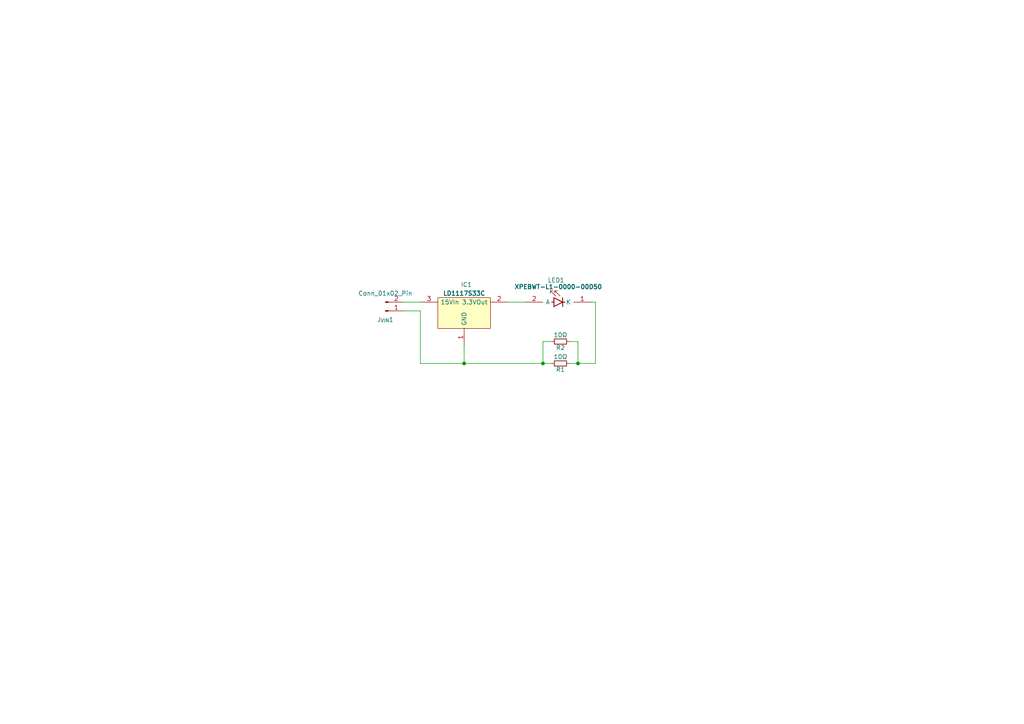
<source format=kicad_sch>
(kicad_sch (version 20230121) (generator eeschema)
  (paper "A4")
  (lib_symbols
    (symbol "Connector:Conn_01x02_Pin" (pin_names (offset 1.016) hide)
      (property "Reference" "J" (at 0 2.54 0))
      (property "Value" "Conn_01x02_Pin" (at 0 -5.08 0))
      (symbol "Conn_01x02_Pin_1_1"
        (polyline (pts (xy 1.27 -2.54) (xy 0.8636 -2.54)) (stroke (width 0.1524)))
        (polyline (pts (xy 1.27 0) (xy 0.8636 0)) (stroke (width 0.1524)))
        (rectangle (start 0.8636 -2.413) (end 0 -2.667) (stroke (width 0.1524)) (fill (type outline)))
        (rectangle (start 0.8636 0.127) (end 0 -0.127) (stroke (width 0.1524)) (fill (type outline)))
        (pin passive line (at 5.08 0 180) (length 3.81) (name "Pin_1") (number "1"))
        (pin passive line (at 5.08 -2.54 180) (length 3.81) (name "Pin_2") (number "2"))
      )
    )
    (symbol "Cree:XPEBWT-L1-0000-00D50" (pin_names (offset 0.762))
      (property "Reference" "LED" (at 9.525 6.35 0))
      (property "Value" "XPEBWT-L1-0000-00D50" (at 9.525 4.445 0))
      (symbol "XPEBWT-L1-0000-00D50_0_0"
        (pin passive line (at 0 0 0) (length 5.08) (name "K") (number "1"))
        (pin passive line (at 19.05 0 180) (length 5.08) (name "A") (number "2"))
      )
      (symbol "XPEBWT-L1-0000-00D50_0_1"
        (polyline (pts (xy 8.255 -1.27) (xy 8.255 1.27)) (stroke (width 0.254)))
        (polyline (pts (xy 8.255 0) (xy 7.62 0)) (stroke (width 0.254)))
        (polyline (pts (xy 11.43 0) (xy 10.795 0)) (stroke (width 0.254)))
        (polyline (pts (xy 10.795 -1.27) (xy 10.795 1.27) (xy 8.255 0) (xy 10.795 -1.27)) (stroke (width 0.254)))
        (polyline (pts (xy 9.017 1.778) (xy 10.541 3.302) (xy 9.779 3.302) (xy 10.541 3.302) (xy 10.541 2.54)))
        (polyline (pts (xy 10.287 1.778) (xy 11.811 3.302) (xy 11.049 3.302) (xy 11.811 3.302) (xy 11.811 2.54)))
      )
      (symbol "XPEBWT-L1-0000-00D50_1_0"
        (pin no_connect line (at 8.89 -6.35 90) (length 1.27) hide (name "EP") (number "3"))
      )
    )
    (symbol "HCP65:R_0805" (pin_numbers hide) (pin_names hide)
      (property "Reference" "R" (at 2.54 1.778 0))
      (property "Value" "?Ω" (at 2.54 -1.905 0))
      (symbol "R_0805_0_1"
        (rectangle (start 0.762 0.762) (end 4.318 -0.762) (stroke (width 0.2032)))
      )
      (symbol "R_0805_1_1"
        (pin passive line (at 0 0 0) (length 0.72) (name "~") (number "1"))
        (pin passive line (at 5.08 0 180) (length 0.72) (name "~") (number "2"))
      )
    )
    (symbol "ST_Microelectronics:LD1117S33C" (pin_names (offset 0.762))
      (property "Reference" "IC" (at 7.62 5.08 0))
      (property "Value" "LD1117S33C" (at 7.62 2.54 0))
      (symbol "LD1117S33C_0_0"
        (pin passive line (at 7.62 -12.7 90) (length 5.08) (name "GND") (number "1"))
      )
      (symbol "LD1117S33C_0_1"
        (polyline (pts (xy 0 1.27) (xy 15.24 1.27) (xy 15.24 -7.62) (xy 0 -7.62) (xy 0 1.27)) (stroke (width 0.1524)) (fill (type background)))
      )
      (symbol "LD1117S33C_1_0"
        (pin passive line (at 20.32 0 180) (length 5.08) (name "3.3VOut") (number "2"))
        (pin passive line (at -5.08 0 0) (length 5.08) (name "15VIn") (number "3"))
        (pin no_connect line (at 10.16 -12.7 90) (length 5.08) hide (name "N.C") (number "4"))
      )
    )
  )
  (junction (at 157.48 105.41))
  (junction (at 134.62 105.41))
  (junction (at 167.64 105.41))
  (wire (pts (xy 116.84 90.17) (xy 121.92 90.17)))
  (wire (pts (xy 121.92 90.17) (xy 121.92 105.41)))
  (wire (pts (xy 157.48 99.06) (xy 157.48 105.41)))
  (wire (pts (xy 172.72 87.63) (xy 171.45 87.63)))
  (wire (pts (xy 147.32 87.63) (xy 152.4 87.63)))
  (wire (pts (xy 116.84 87.63) (xy 121.92 87.63)))
  (wire (pts (xy 134.62 100.33) (xy 134.62 105.41)))
  (wire (pts (xy 160.02 105.41) (xy 157.48 105.41)))
  (wire (pts (xy 165.1 105.41) (xy 167.64 105.41)))
  (wire (pts (xy 172.72 105.41) (xy 167.64 105.41)))
  (wire (pts (xy 160.02 99.06) (xy 157.48 99.06)))
  (wire (pts (xy 172.72 87.63) (xy 172.72 105.41)))
  (wire (pts (xy 121.92 105.41) (xy 134.62 105.41)))
  (wire (pts (xy 134.62 105.41) (xy 157.48 105.41)))
  (wire (pts (xy 167.64 99.06) (xy 165.1 99.06)))
  (wire (pts (xy 167.64 99.06) (xy 167.64 105.41)))
  (symbol (lib_id "ST_Microelectronics:LD1117S33C") (at 127 87.63 0) (unit 1)
    (property "Reference" "IC1" (at 135.255 82.55 0))
    (property "Value" "LD1117S33C" (at 134.62 85.09 0) (effects (font bold)))
    (property "Footprint" "LD1117S33C" (effects hide))
    (property "Datasheet" "https://www.st.com/resource/en/datasheet/ld1117.pdf" (effects hide))
    (property "Description" "IC: voltage regulator; LDO, linear, fixed; 3.3V; 0.95A; SOT223; SMD" (effects hide))
    (property "Height" "1.8" (effects hide))
    (property "Manufacturer_Name" "STMicroelectronics" (effects hide))
    (property "Manufacturer_Part_Number" "LD1117S33C" (effects hide))
    (property "Silkscreen" "LD1117S33" (effects hide))
  )
  (symbol (lib_id "Cree:XPEBWT-L1-0000-00D50") (at 171.45 87.63 0) (mirror y) (unit 1)
    (property "Reference" "LED1" (at 161.29 81.28 0))
    (property "Value" "XPEBWT-L1-0000-00D50" (at 161.925 83.185 0) (effects (font bold)))
    (property "Footprint" "XPEBWTL1000000D50" (effects hide))
    (property "Datasheet" "https://downloads.cree-led.com/files/ds/x/XLamp-XPE2.pdf" (effects hide))
    (property "Description" "High Power LEDs - White White 6200 K 70-CRI, XLamp XPEBWT" (effects hide))
    (property "Height" "2.39" (effects hide))
    (property "Mouser Part Number" "941-XPEBWTL1000D50" (effects hide))
    (property "Mouser Price/Stock" "https://www.mouser.co.uk/ProductDetail/Cree-Inc/XPEBWT-L1-0000-00D50?qs=iFaFN7AS2WF6cmyZmOIimQ%3D%3D" (effects hide))
    (property "Manufacturer_Name" "CREE LED" (effects hide))
    (property "Manufacturer_Part_Number" "XPEBWT-L1-0000-00D50" (effects hide))
    (property "Silkscreen" "XPEBWT-00D50" (effects hide))
  )
  (symbol (lib_id "HCP65:R_0805") (at 165.1 105.41 180) (unit 1)
    (property "Reference" "R1" (at 162.56 107.188 0))
    (property "Value" "10Ω" (at 162.56 103.505 0))
    (property "Footprint" "SamacSys_Parts:R_0805" (effects hide))
  )
  (symbol (lib_id "Connector:Conn_01x02_Pin") (at 111.76 90.17 0) (mirror x) (unit 1)
    (property "Reference" "J_{VIN}1" (at 111.76 92.71 0))
    (property "Value" "Conn_01x02_Pin" (at 111.76 85.09 0))
    (property "Footprint" "Connector_PinHeader_2.54mm:PinHeader_1x02_P2.54mm_Vertical" (effects hide))
  )
  (symbol (lib_id "HCP65:R_0805") (at 165.1 99.06 180) (unit 1)
    (property "Reference" "R2" (at 162.56 100.838 0))
    (property "Value" "10Ω" (at 162.56 97.155 0))
    (property "Footprint" "SamacSys_Parts:R_0805" (effects hide))
  )
)
</source>
